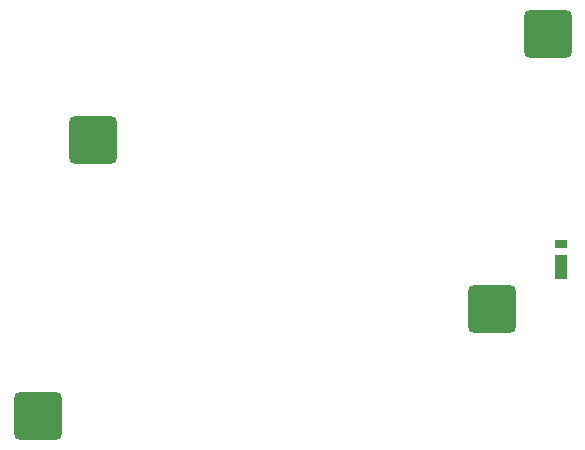
<source format=gbr>
%TF.GenerationSoftware,KiCad,Pcbnew,7.0.10*%
%TF.CreationDate,2024-04-17T22:45:22-04:00*%
%TF.ProjectId,pv1,7076312e-6b69-4636-9164-5f7063625858,rev?*%
%TF.SameCoordinates,Original*%
%TF.FileFunction,Paste,Top*%
%TF.FilePolarity,Positive*%
%FSLAX46Y46*%
G04 Gerber Fmt 4.6, Leading zero omitted, Abs format (unit mm)*
G04 Created by KiCad (PCBNEW 7.0.10) date 2024-04-17 22:45:22*
%MOMM*%
%LPD*%
G01*
G04 APERTURE LIST*
G04 Aperture macros list*
%AMRoundRect*
0 Rectangle with rounded corners*
0 $1 Rounding radius*
0 $2 $3 $4 $5 $6 $7 $8 $9 X,Y pos of 4 corners*
0 Add a 4 corners polygon primitive as box body*
4,1,4,$2,$3,$4,$5,$6,$7,$8,$9,$2,$3,0*
0 Add four circle primitives for the rounded corners*
1,1,$1+$1,$2,$3*
1,1,$1+$1,$4,$5*
1,1,$1+$1,$6,$7*
1,1,$1+$1,$8,$9*
0 Add four rect primitives between the rounded corners*
20,1,$1+$1,$2,$3,$4,$5,0*
20,1,$1+$1,$4,$5,$6,$7,0*
20,1,$1+$1,$6,$7,$8,$9,0*
20,1,$1+$1,$8,$9,$2,$3,0*%
G04 Aperture macros list end*
%ADD10RoundRect,0.400000X-1.600000X-1.600000X1.600000X-1.600000X1.600000X1.600000X-1.600000X1.600000X0*%
%ADD11R,1.100000X2.000000*%
%ADD12R,1.100000X0.800000*%
G04 APERTURE END LIST*
D10*
%TO.C,PV1*%
X108100000Y-115600000D03*
X146600000Y-106600000D03*
%TD*%
D11*
%TO.C,D1*%
X147700000Y-126300000D03*
D12*
X147700000Y-124400000D03*
%TD*%
D10*
%TO.C,PV2*%
X103400000Y-138900000D03*
X141900000Y-129900000D03*
%TD*%
M02*

</source>
